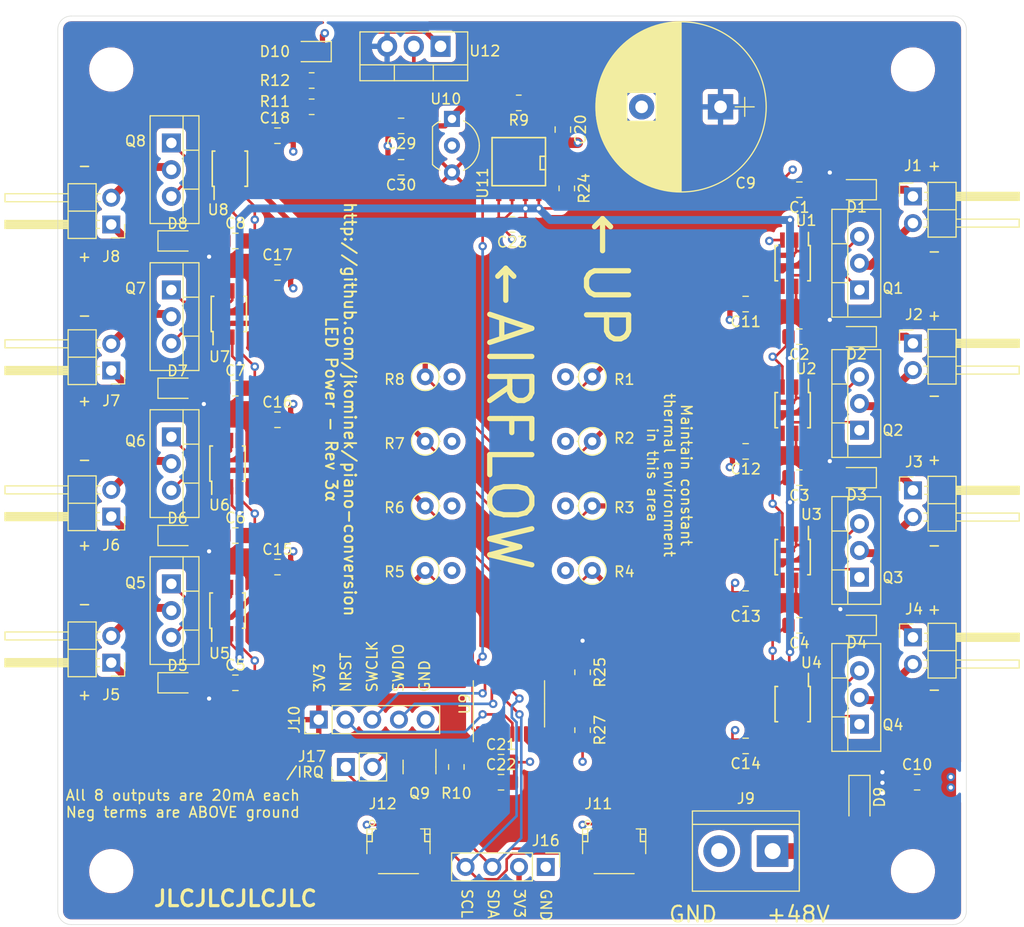
<source format=kicad_pcb>
(kicad_pcb (version 20211014) (generator pcbnew)
  (layers (0 "F.Cu" signal) (1 "In1.Cu" signal) (2 "In2.Cu" signal) (31 "B.Cu" signal) (34 "B.Paste" user) (35 "F.Paste" user) (36 "B.SilkS" user "B.Silkscreen") (37 "F.SilkS" user "F.Silkscreen") (38 "B.Mask" user) (39 "F.Mask" user) (44 "Edge.Cuts" user))
  (net 0 "")
  (net 1 "GND")
  (net 2 "+48V")
  (net 3 "+5V")
  (net 4 "Net-(J1-Pad2)")
  (net 5 "Net-(J2-Pad2)")
  (net 6 "Net-(J3-Pad2)")
  (net 7 "Net-(J4-Pad2)")
  (net 8 "Net-(J5-Pad2)")
  (net 9 "Net-(J6-Pad2)")
  (net 10 "Net-(J7-Pad2)")
  (net 11 "Net-(J8-Pad2)")
  (net 12 "Net-(Q1-Pad1)")
  (net 13 "Net-(Q2-Pad1)")
  (net 14 "Net-(Q3-Pad1)")
  (net 15 "Net-(Q4-Pad1)")
  (net 16 "Net-(Q5-Pad1)")
  (net 17 "Net-(Q6-Pad1)")
  (net 18 "Net-(Q7-Pad1)")
  (net 19 "Net-(Q8-Pad1)")
  (net 20 "/VREF")
  (net 21 "Net-(C1-Pad1)")
  (net 22 "Net-(C2-Pad1)")
  (net 23 "Net-(C3-Pad1)")
  (net 24 "Net-(C4-Pad1)")
  (net 25 "Net-(C5-Pad1)")
  (net 26 "Net-(C6-Pad1)")
  (net 27 "Net-(C7-Pad1)")
  (net 28 "Net-(C8-Pad1)")
  (net 29 "Net-(D9-Pad2)")
  (net 30 "Net-(D10-Pad2)")
  (net 31 "+3V3")
  (net 32 "/SDA")
  (net 33 "/SCL")
  (net 34 "/Feedback1")
  (net 35 "/Feedback2")
  (net 36 "/Feedback3")
  (net 37 "/Feedback4")
  (net 38 "/Feedback5")
  (net 39 "/Feedback6")
  (net 40 "/Feedback7")
  (net 41 "/Feedback8")
  (net 42 "Net-(R11-Pad2)")
  (net 43 "/~{SHDN}")
  (net 44 "/48V_SENSE")
  (net 45 "Net-(J17-Pad1)")
  (net 46 "+12V")
  (net 47 "/NRST")
  (net 48 "/SWCLK")
  (net 49 "/SWDIO")
  (net 76 "Net-(Q9-Pad1)")
  (net 77 "/IRQ")
  (footprint "Capacitor_SMD:C_0805_2012Metric_Pad1.18x1.45mm_HandSolder" (layer "F.Cu") (at 141.605 87.63 180)
    (fp_text reference "C1")
    (fp_text value ".1uF")
  )
  (footprint "Capacitor_SMD:C_0805_2012Metric_Pad1.18x1.45mm_HandSolder" (layer "F.Cu") (at 141.605 115 180)
    (fp_text reference "C3")
    (fp_text value ".1uF")
  )
  (footprint "Capacitor_SMD:C_0805_2012Metric_Pad1.18x1.45mm_HandSolder" (layer "F.Cu") (at 141.605 129.04 180)
    (fp_text reference "C4")
    (fp_text value ".1uF")
  )
  (footprint "Capacitor_SMD:C_0805_2012Metric_Pad1.18x1.45mm_HandSolder" (layer "F.Cu") (at 88 134.5)
    (fp_text reference "C5")
    (fp_text value ".1uF")
  )
  (footprint "Capacitor_SMD:C_0805_2012Metric_Pad1.18x1.45mm_HandSolder" (layer "F.Cu") (at 88 120.5)
    (fp_text reference "C6")
    (fp_text value ".1uF")
  )
  (footprint "Capacitor_SMD:C_0805_2012Metric_Pad1.18x1.45mm_HandSolder" (layer "F.Cu") (at 88 106.5)
    (fp_text reference "C7")
    (fp_text value ".1uF")
  )
  (footprint "Capacitor_SMD:C_0805_2012Metric_Pad1.18x1.45mm_HandSolder" (layer "F.Cu") (at 88 92.5)
    (fp_text reference "C8")
    (fp_text value ".1uF")
  )
  (footprint "Capacitors_THT:CP_Radial_D16.0mm_P7.50mm" (layer "F.Cu") (at 134.112 79.756 180)
    (fp_text reference "C9")
    (fp_text value "Lots")
  )
  (footprint "Capacitor_SMD:C_0805_2012Metric_Pad1.18x1.45mm_HandSolder" (layer "F.Cu") (at 152.8 143.95)
    (fp_text reference "C10")
    (fp_text value ".1uF")
  )
  (footprint "Pin_Headers:Pin_Header_Angled_1x02_Pitch2.54mm" (layer "F.Cu") (at 76.2 132.588 180)
    (fp_text reference "J5")
    (fp_text value "String5")
  )
  (footprint "Pin_Headers:Pin_Header_Angled_1x02_Pitch2.54mm" (layer "F.Cu") (at 76.2 118.702666 180)
    (fp_text reference "J6")
    (fp_text value "String6")
  )
  (footprint "Pin_Headers:Pin_Header_Angled_1x02_Pitch2.54mm" (layer "F.Cu") (at 76.2 104.817333 180)
    (fp_text reference "J7")
    (fp_text value "String7")
  )
  (footprint "Pin_Headers:Pin_Header_Angled_1x02_Pitch2.54mm" (layer "F.Cu") (at 76.2 90.932 180)
    (fp_text reference "J8")
    (fp_text value "String8")
  )
  (footprint "Resistors_THT:R_Axial_DIN0207_L6.3mm_D2.5mm_P2.54mm_Vertical" (layer "F.Cu") (at 121.92 105.41 180)
    (fp_text reference "R1")
    (fp_text value "100")
  )
  (footprint "Resistors_THT:R_Axial_DIN0207_L6.3mm_D2.5mm_P2.54mm_Vertical" (layer "F.Cu") (at 121.92 111.548333 180)
    (fp_text reference "R2")
    (fp_text value "100")
  )
  (footprint "Resistors_THT:R_Axial_DIN0207_L6.3mm_D2.5mm_P2.54mm_Vertical" (layer "F.Cu") (at 121.92 117.686666 180)
    (fp_text reference "R3")
    (fp_text value "100")
  )
  (footprint "Resistors_THT:R_Axial_DIN0207_L6.3mm_D2.5mm_P2.54mm_Vertical" (layer "F.Cu") (at 121.92 123.825 180)
    (fp_text reference "R4")
    (fp_text value "100")
  )
  (footprint "Resistors_THT:R_Axial_DIN0207_L6.3mm_D2.5mm_P2.54mm_Vertical" (layer "F.Cu") (at 106.045 123.825)
    (fp_text reference "R5")
    (fp_text value "100")
  )
  (footprint "Resistors_THT:R_Axial_DIN0207_L6.3mm_D2.5mm_P2.54mm_Vertical" (layer "F.Cu") (at 106.045 117.686666)
    (fp_text reference "R6")
    (fp_text value "100")
  )
  (footprint "Resistors_THT:R_Axial_DIN0207_L6.3mm_D2.5mm_P2.54mm_Vertical" (layer "F.Cu") (at 106.045 111.548333)
    (fp_text reference "R7")
    (fp_text value "100")
  )
  (footprint "Resistors_THT:R_Axial_DIN0207_L6.3mm_D2.5mm_P2.54mm_Vertical" (layer "F.Cu") (at 106.045 105.41)
    (fp_text reference "R8")
    (fp_text value "100")
  )
  (footprint "Pin_Headers:Pin_Header_Angled_1x02_Pitch2.54mm" (layer "F.Cu") (at 152.4 116.205)
    (fp_text reference "J3")
    (fp_text value "String3")
  )
  (footprint "Capacitor_SMD:C_0805_2012Metric_Pad1.18x1.45mm_HandSolder" (layer "F.Cu") (at 141.605 101.6 180)
    (fp_text reference "C2")
    (fp_text value ".1uF")
  )
  (footprint "Pin_Headers:Pin_Header_Angled_1x02_Pitch2.54mm" (layer "F.Cu") (at 152.4 102.235)
    (fp_text reference "J2")
    (fp_text value "String2")
  )
  (footprint "Pin_Headers:Pin_Header_Angled_1x02_Pitch2.54mm" (layer "F.Cu") (at 152.4 88.265)
    (fp_text reference "J1")
    (fp_text value "String1")
  )
  (footprint "Pin_Headers:Pin_Header_Angled_1x02_Pitch2.54mm" (layer "F.Cu") (at 152.4 130.175)
    (fp_text reference "J4")
    (fp_text value "String4")
  )
  (footprint "LED_SMD:LED_0805_2012Metric_Pad1.15x1.40mm_HandSolder" (layer "F.Cu") (at 147.066 87.63 180)
    (fp_text reference "D1")
    (fp_text value "LED")
  )
  (footprint "LED_SMD:LED_0805_2012Metric_Pad1.15x1.40mm_HandSolder" (layer "F.Cu") (at 147.066 115 180)
    (fp_text reference "D3")
    (fp_text value "LED")
  )
  (footprint "LED_SMD:LED_0805_2012Metric_Pad1.15x1.40mm_HandSolder" (layer "F.Cu") (at 147.066 129.04 180)
    (fp_text reference "D4")
    (fp_text value "LED")
  )
  (footprint "LED_SMD:LED_0805_2012Metric_Pad1.15x1.40mm_HandSolder" (layer "F.Cu") (at 82.5 134.5)
    (fp_text reference "D5")
    (fp_text value "LED")
  )
  (footprint "LED_SMD:LED_0805_2012Metric_Pad1.15x1.40mm_HandSolder" (layer "F.Cu") (at 82.5 120.5)
    (fp_text reference "D6")
    (fp_text value "LED")
  )
  (footprint "LED_SMD:LED_0805_2012Metric_Pad1.15x1.40mm_HandSolder" (layer "F.Cu") (at 82.5 106.5)
    (fp_text reference "D7")
    (fp_text value "LED")
  )
  (footprint "Connectors_Terminal_Blocks:TerminalBlock_bornier-2_P5.08mm" (layer "F.Cu") (at 139.061 150.495 180)
    (fp_text reference "J9")
    (fp_text value "PowerInput")
  )
  (footprint "LED_SMD:LED_0805_2012Metric_Pad1.15x1.40mm_HandSolder" (layer "F.Cu") (at 147.066 101.6 180)
    (fp_text reference "D2")
    (fp_text value "LED")
  )
  (footprint "Capacitor_SMD:C_0805_2012Metric_Pad1.18x1.45mm_HandSolder" (layer "F.Cu") (at 136.5 98.5 180)
    (fp_text reference "C11")
    (fp_text value ".1uF")
  )
  (footprint "Capacitor_SMD:C_0805_2012Metric_Pad1.18x1.45mm_HandSolder" (layer "F.Cu") (at 136.5 112.5 180)
    (fp_text reference "C12")
    (fp_text value ".1uF")
  )
  (footprint "Capacitor_SMD:C_0805_2012Metric_Pad1.18x1.45mm_HandSolder" (layer "F.Cu") (at 136.5 126.5 180)
    (fp_text reference "C13")
    (fp_text value ".1uF")
  )
  (footprint "Capacitor_SMD:C_0805_2012Metric_Pad1.18x1.45mm_HandSolder" (layer "F.Cu") (at 136.5 140.5 180)
    (fp_text reference "C14")
    (fp_text value ".1uF")
  )
  (footprint "Capacitor_SMD:C_0805_2012Metric_Pad1.18x1.45mm_HandSolder" (layer "F.Cu") (at 92 123.5)
    (fp_text reference "C15")
    (fp_text value ".1uF")
  )
  (footprint "Capacitor_SMD:C_0805_2012Metric_Pad1.18x1.45mm_HandSolder" (layer "F.Cu") (at 92 109.5)
    (fp_text reference "C16")
    (fp_text value ".1uF")
  )
  (footprint "Capacitor_SMD:C_0805_2012Metric_Pad1.18x1.45mm_HandSolder" (layer "F.Cu") (at 92 95.5)
    (fp_text reference "C17")
    (fp_text value ".1uF")
  )
  (footprint "Capacitor_SMD:C_0805_2012Metric_Pad1.18x1.45mm_HandSolder" (layer "F.Cu") (at 92 82.5)
    (fp_text reference "C18")
    (fp_text value ".1uF")
  )
  (footprint "SMD_Packages:SOIC-8-N" (layer "F.Cu") (at 114.935 84.963 180)
    (fp_text reference "U11")
    (fp_text value "MCP1501")
  )
  (footprint "Capacitor_SMD:C_0805_2012Metric_Pad1.18x1.45mm_HandSolder" (layer "F.Cu") (at 103.75 81.563 180)
    (fp_text reference "C29")
    (fp_text value "2.2uF")
  )
  (footprint "Capacitor_SMD:C_0805_2012Metric_Pad1.18x1.45mm_HandSolder" (layer "F.Cu") (at 119.126 81.915 -90)
    (fp_text reference "C20")
    (fp_text value ".1uF")
  )
  (footprint "Capacitor_SMD:C_0805_2012Metric_Pad1.18x1.45mm_HandSolder" (layer "F.Cu") (at 103.75 85.5 180)
    (fp_text reference "C30")
    (fp_text value ".1uF")
  )
  (footprint "TO_SOT_Packages_THT:TO-220-3_Vertical" (layer "F.Cu") (at 147.32 97.155 90)
    (fp_text reference "Q1")
    (fp_text value "Q_NMOS_GDS")
  )
  (footprint "TO_SOT_Packages_THT:TO-220-3_Vertical" (layer "F.Cu") (at 147.32 110.49 90)
    (fp_text reference "Q2")
    (fp_text value "Q_NMOS_GDS")
  )
  (footprint "TO_SOT_Packages_THT:TO-220-3_Vertical" (layer "F.Cu") (at 147.32 124.46 90)
    (fp_text reference "Q3")
    (fp_text value "Q_NMOS_GDS")
  )
  (footprint "TO_SOT_Packages_THT:TO-220-3_Vertical" (layer "F.Cu") (at 147.32 138.43 90)
    (fp_text reference "Q4")
    (fp_text value "Q_NMOS_GDS")
  )
  (footprint "TO_SOT_Packages_THT:TO-220-3_Vertical" (layer "F.Cu") (at 81.915 125.095 -90)
    (fp_text reference "Q5")
    (fp_text value "Q_NMOS_GDS")
  )
  (footprint "TO_SOT_Packages_THT:TO-220-3_Vertical" (layer "F.Cu") (at 81.915 111.125 -90)
    (fp_text reference "Q6")
    (fp_text value "Q_NMOS_GDS")
  )
  (footprint "TO_SOT_Packages_THT:TO-220-3_Vertical" (layer "F.Cu") (at 81.915 97.155 -90)
    (fp_text reference "Q7")
    (fp_text value "Q_NMOS_GDS")
  )
  (footprint "TO_SOT_Packages_THT:TO-220-3_Vertical" (layer "F.Cu") (at 81.915 83.185 -90)
    (fp_text reference "Q8")
    (fp_text value "Q_NMOS_GDS")
  )
  (footprint "Housings_SSOP:MSOP-8_3x3mm_Pitch0.65mm" (layer "F.Cu") (at 140.97 108.585 -90)
    (fp_text reference "U2")
    (fp_text value "MCP6V51")
  )
  (footprint "Housings_SSOP:MSOP-8_3x3mm_Pitch0.65mm" (layer "F.Cu") (at 140.97 122.555 -90)
    (fp_text reference "U3")
    (fp_text value "MCP6V51")
  )
  (footprint "Housings_SSOP:MSOP-8_3x3mm_Pitch0.65mm" (layer "F.Cu") (at 140.97 136.525 -90)
    (fp_text reference "U4")
    (fp_text value "MCP6V51")
  )
  (footprint "Housings_SSOP:MSOP-8_3x3mm_Pitch0.65mm" (layer "F.Cu") (at 87.249 127.635 90)
    (fp_text reference "U5")
    (fp_text value "MCP6V51")
  )
  (footprint "Housings_SSOP:MSOP-8_3x3mm_Pitch0.65mm" (layer "F.Cu") (at 87.249 113.665 90)
    (fp_text reference "U6")
    (fp_text value "MCP6V51")
  )
  (footprint "Housings_SSOP:MSOP-8_3x3mm_Pitch0.65mm" (layer "F.Cu") (at 87.376 99.441 90)
    (fp_text reference "U7")
    (fp_text value "MCP6V51")
  )
  (footprint "Housings_SSOP:MSOP-8_3x3mm_Pitch0.65mm" (layer "F.Cu") (at 87.47506 85.63356 90)
    (fp_text reference "U8")
    (fp_text value "MCP6V51")
  )
  (footprint "LED_SMD:LED_0805_2012Metric_Pad1.15x1.40mm_HandSolder" (layer "F.Cu") (at 82.5 92.5)
    (fp_text reference "D8")
    (fp_text value "LED")
  )
  (footprint "Housings_SSOP:MSOP-8_3x3mm_Pitch0.65mm" (layer "F.Cu") (at 140.97 94.615 -90)
    (fp_text reference "U1")
    (fp_text value "MCP6V51")
  )
  (footprint "Diodes_SMD:D_SOD-123F" (layer "F.Cu") (at 147.32 145.5 -90)
    (fp_text reference "D9")
    (fp_text value "D_Small_ALT")
  )
  (footprint "Connectors_JST:JST_SH_SM04B-SRSS-TB_04x1.00mm_Angled" (layer "F.Cu") (at 124 150)
    (fp_text reference "J11")
    (fp_text value "Qwiic")
  )
  (footprint "Capacitor_SMD:C_0805_2012Metric_Pad1.18x1.45mm_HandSolder" (layer "F.Cu") (at 113.25 142.0475)
    (fp_text reference "C21")
    (fp_text value "4.7uF")
  )
  (footprint "Capacitor_SMD:C_0805_2012Metric_Pad1.18x1.45mm_HandSolder" (layer "F.Cu") (at 113.25 143.9525)
    (fp_text reference "C22")
    (fp_text value "0.1uF")
  )
  (footprint "Resistor_SMD:R_0805_2012Metric_Pad1.20x1.40mm_HandSolder" (layer "F.Cu") (at 114.935 79.375 180)
    (fp_text reference "R9")
    (fp_text value "3600")
  )
  (footprint "Capacitor_SMD:C_0805_2012Metric_Pad1.18x1.45mm_HandSolder" (layer "F.Cu") (at 114.3 90.932 180)
    (fp_text reference "C23")
    (fp_text value "300pF")
  )
  (footprint "TO_SOT_Packages_THT:TO-92_Inline_Wide" (layer "F.Cu") (at 108.585 80.899 -90)
    (fp_text reference "U10")
    (fp_text value "L78L05ACZ-AP")
  )
  (footprint "Connectors_JST:JST_SH_SM04B-SRSS-TB_04x1.00mm_Angled" (layer "F.Cu") (at 103.5 150)
    (fp_text reference "J12")
    (fp_text value "Qwiic")
  )
  (footprint "MountingHole:MountingHole_3.2mm_M3" (layer "F.Cu") (at 152.4 76.2)
    (fp_text reference "H1" hide)
    (fp_text value "MountingHole_Pad")
  )
  (footprint "MountingHole:MountingHole_3.2mm_M3" (layer "F.Cu") (at 152.4 152.4)
    (fp_text reference "H2" hide)
    (fp_text value "MountingHole_Pad")
  )
  (footprint "MountingHole:MountingHole_3.2mm_M3" (layer "F.Cu") (at 76.2 152.4)
    (fp_text reference "H3" hide)
    (fp_text value "MountingHole_Pad")
  )
  (footprint "MountingHole:MountingHole_3.2mm_M3" (layer "F.Cu") (at 76.2 76.2)
    (fp_text reference "H4" hide)
    (fp_text value "MountingHole_Pad")
  )
  (footprint "Pin_Headers:Pin_Header_Straight_1x04_Pitch2.54mm" (layer "F.Cu") (at 117.5 152 -90)
    (fp_text reference "J16")
    (fp_text value "I2C Header")
  )
  (footprint "Resistor_SMD:R_0805_2012Metric_Pad1.20x1.40mm_HandSolder" (layer "F.Cu") (at 119.5 87.5 -90)
    (fp_text reference "R24")
    (fp_text value "2400")
  )
  (footprint "Resistor_SMD:R_0805_2012Metric_Pad1.20x1.40mm_HandSolder" (layer "F.Cu") (at 121 133.5 -90)
    (fp_text reference "R25")
    (fp_text value "110k")
  )
  (footprint "Resistor_SMD:R_0805_2012Metric_Pad1.20x1.40mm_HandSolder" (layer "F.Cu") (at 121 139 -90)
    (fp_text reference "R27")
    (fp_text value "4.7k")
  )
  (footprint "Pin_Headers:Pin_Header_Straight_1x02_Pitch2.54mm" (layer "F.Cu") (at 98.5 142.5 90)
    (fp_text reference "J17")
    (fp_text value "IRQ")
  )
  (footprint "LED_SMD:LED_0805_2012Metric_Pad1.15x1.40mm_HandSolder" (layer "F.Cu") (at 95.25 74.5 180)
    (fp_text reference "D10")
    (fp_text value "2.2Vf")
  )
  (footprint "Package_TO_SOT_SMD:SOT-23" (layer "F.Cu") (at 105.5 142.5 -90)
    (fp_text reference "Q9")
    (fp_text value "Q_NPN_BEC")
  )
  (footprint "Resistor_SMD:R_0805_2012Metric_Pad1.20x1.40mm_HandSolder" (layer "F.Cu") (at 109 142.5 90)
    (fp_text reference "R10")
    (fp_text value "10k")
  )
  (footprint "Resistor_SMD:R_0805_2012Metric_Pad1.20x1.40mm_HandSolder" (layer "F.Cu") (at 95.25 77.25 180)
    (fp_text reference "R12")
    (fp_text value "6800")
  )
  (footprint "Connector_PinHeader_2.54mm:PinHeader_1x05_P2.54mm_Vertical" (layer "F.Cu") (at 95.925 138 90)
    (fp_text reference "J10")
    (fp_text value "Conn_01x05_Male")
  )
  (footprint "Package_TO_SOT_THT:TO-220-3_Vertical" (layer "F.Cu") (at 107.5 74 180)
    (fp_text reference "U12")
    (fp_text value "LM317_TO-220")
  )
  (footprint "Package_SO:TSSOP-20_4.4x6.5mm_P0.65mm" (layer "F.Cu") (at 114 136.5 90)
    (fp_text reference "U9")
    (fp_text value "STM32G030Fx")
  )
  (footprint "Resistor_SMD:R_0805_2012Metric_Pad1.20x1.40mm_HandSolder" (layer "F.Cu") (at 95.25 79.75)
    (fp_text reference "R11")
    (fp_text value "1000")
  )
  (gr_line (start 71.12 156.21) (end 71.12 72.39) (layer "Edge.Cuts") (width 0.05))
  (gr_line (start 157.48 72.39) (end 157.48 156.21) (layer "Edge.Cuts") (width 0.05))
  (gr_arc (start 72.39 157.48) (mid 71.491974 157.108026) (end 71.12 156.21) (layer "Edge.Cuts") (width 0.05))
  (gr_arc (start 157.48 156.21) (mid 157.108026 157.108026) (end 156.21 157.48) (layer "Edge.Cuts") (width 0.05))
  (gr_arc (start 156.21 71.12) (mid 157.108026 71.491974) (end 157.48 72.39) (layer "Edge.Cuts") (width 0.05))
  (gr_arc (start 71.12 72.39) (mid 71.491974 71.491974) (end 72.39 71.12) (layer "Edge.Cuts") (width 0.05))
  (gr_line (start 72.39 71.12) (end 156.21 71.12) (layer "Edge.Cuts") (width 0.05))
  (gr_line (start 156.21 157.48) (end 72.39 157.48) (layer "Edge.Cuts") (width 0.05))
  (gr_text "+" (at 73.66 107.696) (layer "F.SilkS") (effects (font (size 1 1))))
  (gr_text "+" (at 73.66 121.412) (layer "F.SilkS") (effects (font (size 1 1))))
  (gr_text "+" (at 73.66 135.636) (layer "F.SilkS") (effects (font (size 1 1))))
  (gr_text "+" (at 154.432 127.508) (layer "F.SilkS") (effects (font (size 1 1))))
  (gr_text "+" (at 154.432 113.284) (layer "F.SilkS") (effects (font (size 1 1))))
  (gr_text "+" (at 154.432 99.568) (layer "F.SilkS") (effects (font (size 1 1))))
  (gr_text "+" (at 154.432 85.344) (layer "F.SilkS") (effects (font (size 1 1))))
  (gr_text "-" (at 154.432 93.472) (layer "F.SilkS") (effects (font (size 1 1))))
  (gr_text "-" (at 154.432 107.188) (layer "F.SilkS") (effects (font (size 1 1))))
  (gr_text "-" (at 154.432 121.412) (layer "F.SilkS") (effects (font (size 1 1))))
  (gr_text "-" (at 154.432 135.128) (layer "F.SilkS") (effects (font (size 1 1))))
  (gr_text "-" (at 73.66 127) (layer "F.SilkS") (effects (font (size 1 1))))
  (gr_text "-" (at 73.66 113.284) (layer "F.SilkS") (effects (font (size 1 1))))
  (gr_text "-" (at 73.66 99.568) (layer "F.SilkS") (effects (font (size 1 1))))
  (gr_text "-" (at 73.66 85.344) (layer "F.SilkS") (effects (font (size 1 1))))
  (gr_text "SCL" (at 110 154 270) (layer "F.SilkS") (effects (font (size 1 1)) (justify left)))
  (gr_text "All 8 outputs are 20mA each\nNeg terms are ABOVE ground" (at 83 146) (layer "F.SilkS") (effects (font (size 1 1))))
  (gr_text "/IRQ" (at 96.5 143) (layer "F.SilkS") (effects (font (size 1 1)) (justify right)))
  (gr_text "3V3" (at 115 154 270) (layer "F.SilkS") (effects (font (size 1 1)) (justify left)))
  (gr_text "GND" (at 105.983984 135.485884 90) (layer "F.SilkS") (effects (font (size 1 1)) (justify left)))
  (gr_text "←AIRFLOW" (at 114 109 270) (layer "F.SilkS") (effects (font (size 4 4) (thickness 0.5))))
  (gr_text "GND" (at 117.5 154 270) (layer "F.SilkS") (effects (font (size 1 1)) (justify left)))
  (gr_text "JLCJLCJLCJLC" (at 88 155) (layer "F.SilkS") (effects (font (size 1.5 1.5) (thickness 0.3))))
  (gr_text "NRST" (at 98.5 135.5 90) (layer "F.SilkS") (effects (font (size 1 1)) (justify left)))
  (gr_text "SWCLK" (at 101 135.5 90) (layer "F.SilkS") (effects (font (size 1 1)) (justify left)))
  (gr_text "SWDIO" (at 103.5 135.5 90) (layer "F.SilkS") (effects (font (size 1 1)) (justify left)))
  (gr_text "Maintain constant\nthermal environment\nin this area" (at 129.25 114.75 270) (layer "F.SilkS") (effects (font (size 1 1))))
  (gr_text "http://github.com/jkominek/piano-conversion\nLED Power - Rev 3α" (at 98 108.5 270) (layer "F.SilkS") (effects (font (size 1.1 1.1) (thickness 0.18))))
  (gr_text "←UP" (at 123.2 96 270) (layer "F.SilkS") (effects (font (size 4 4) (thickness 0.5))))
  (gr_text "+" (at 73.66 93.98) (layer "F.SilkS") (effects (font (size 1 1))))
  (gr_text "GND" (at 131.5 156.5) (layer "F.SilkS") (effects (font (size 1.5 1.5) (thickness 0.2))))
  (gr_text "SDA" (at 112.5 154 270) (layer "F.SilkS") (effects (font (size 1 1)) (justify left)))
  (gr_text "+48V" (at 141.5 156.5) (layer "F.SilkS") (effects (font (size 1.5 1.5) (thickness 0.2))))
  (gr_text "3V3" (at 96 135.5 90) (layer "F.SilkS") (effects (font (size 1 1)) (justify left)))
  (segment (start 120.543 83.165) (end 119.126 83.165) (width 1) (layer "F.Cu") (net 1))
  (segment (start 113.03 81.788) (end 113.03 83.145) (width 0.25) (layer "F.Cu") (net 1))
  (segment (start 115.55 83.165) (end 113.05 83.165) (width 0.75) (layer "F.Cu") (net 1))
  (segment (start 113.05 83.165) (end 112.4745 83.165) (width 0.75) (layer "F.Cu") (net 1))
  (segment (start 115.55 83.165) (end 115.55 81.808) (width 0.25) (layer "F.Cu") (net 1))
  (segment (start 115.55 81.808) (end 115.57 81.788) (width 0.25) (layer "F.Cu") (net 1))
  (segment (start 113.03 83.145) (end 113.05 83.165) (width 0.25) (layer "F.Cu") (net 1))
  (segment (start 119.126 83.165) (end 115.55 83.165) (width 0.75) (layer "F.Cu") (net 1))
  (segment (start 139.995 106.385) (end 139.995 104.435) (width 0.25) (layer "F.Cu") (net 1))
  (segment (start 93.25 96.75) (end 93.5 97) (width 0.5) (layer "F.Cu") (net 1))
  (segment (start 89.8425 118.4175) (end 89.8425 119.9075) (width 0.25) (layer "F.Cu") (net 1))
  (segment (start 122.5 147.9225) (end 121.0775 147.9225) (width 0.25) (layer "F.Cu") (net 1))
  (segment (start 140.355 102.469) (end 139.319 103.505) (width 0.25) (layer "F.Cu") (net 1))
  (segment (start 102.5 85.5) (end 102.5 85.373) (width 0.5) (layer "F.Cu") (net 1))
  (segment (start 102.5 85.5) (end 102.5 83.488) (width 0.5) (layer "F.Cu") (net 1))
  (segment (start 135.25 113.75) (end 135 114) (width 0.5) (layer "F.Cu") (net 1))
  (segment (start 135.25 125.25) (end 135.5 125) (width 0.25) (layer "F.Cu") (net 1))
  (segment (start 102.5 83.488) (end 102.48 83.468) (width 0.25) (layer "F.Cu") (net 1))
  (segment (start 139.995 92.415) (end 138.835 92.415) (width 0.25) (layer "F.Cu") (net 1))
  (segment (start 139.995 118.405) (end 139.065 117.475) (width 0.25) (layer "F.Cu") (net 1))
  (segment (start 114.5 142.0475) (end 115.9525 142.0475) (width 0.25) (layer "F.Cu") (net 1))
  (segment (start 140.355 101.6) (end 140.355 102.469) (width 0.25) (layer "F.Cu") (net 1))
  (segment (start 114.3 92.329) (end 114.3 92.182) (width 0.25) (layer "F.Cu") (net 1))
  (segment (start 93.25 123.5) (end 93.25 122.25) (width 0.5) (layer "F.Cu") (net 1))
  (segment (start 135.25 140.5) (end 135.25 139.25) (width 0.25) (layer "F.Cu") (net 1))
  (segment (start 113.675 141.2225) (end 114.5 142.0475) (width 0.25) (layer "F.Cu") (net 1))
  (segment (start 89.8425 132.3875) (end 89.8425 133.4075) (width 0.25) (layer "F.Cu") (net 1))
  (segment (start 88.351 102.956) (end 89.8425 104.4475) (width 0.25) (layer "F.Cu") (net 1))
  (segment (start 121 142) (end 121 140.35) (width 0.25) (layer "F.Cu") (net 1))
  (segment (start 139.065 131.445) (end 139.065 130.33) (width 0.25) (layer "F.Cu") (net 1))
  (segment (start 104.55 141.5625) (end 101.9775 141.5625) (width 0.25) (layer "F.Cu") (net 1))
  (segment (start 119.126 85.776) (end 119.5 86.15) (width 0.25) (layer "F.Cu") (net 1))
  (segment (start 114.3 88.138) (end 114.3 89.682) (width 0.25) (layer "F.Cu") (net 1))
  (segment (start 88.224 115.865) (end 88.224 116.799) (width 0.25) (layer "F.Cu") (net 1))
  (segment (start 121.0775 147.9225) (end 121 148) (width 0.25) (layer "F.Cu") (net 1))
  (segment (start 93.25 95.5) (end 93.25 96.75) (width 0.5) (layer "F.Cu") (net 1))
  (segment (start 139.065 130.33) (end 140.355 129.04) (width 0.25) (layer "F.Cu") (net 1))
  (segment (start 114.3 89.682) (end 113.05 90.932) (width 0.25) (layer "F.Cu") (net 1))
  (segment (start 115.9525 142.0475) (end 116 142) (width 0.25) (layer "F.Cu") (net 1))
  (segment (start 135.25 126.5) (end 135.25 125.25) (width 0.25) (layer "F.Cu") (net 1))
  (segment (start 96.275 72.975) (end 96.5 72.75) (width 0.5) (layer "F.Cu") (net 1))
  (segment (start 113.03 90.912) (end 113.05 90.932) (width 0.25) (layer "F.Cu") (net 1))
  (segment (start 114.5 142.0475) (end 114.5 143.9525) (width 0.25) (layer "F.Cu") (net 1))
  (segment (start 139.995 120.355) (end 139.995 118.405) (width 0.25) (layer "F.Cu") (net 1))
  (segment (start 113.03 88.138) (end 113.03 90.912) (width 0.25) (layer "F.Cu") (net 1))
  (segment (start 135.25 112.5) (end 135.25 113.75) (width 0.5) (layer "F.Cu") (net 1))
  (segment (start 89.8425 89.226) (end 88.45006 87.83356) (width 0.25) (layer "F.Cu") (net 1))
  (segment (start 88.351 101.641) (end 88.351 102.956) (width 0.25) (layer "F.Cu") (net 1))
  (segment (start 88.224 116.799) (end 89.8425 118.4175) (width 0.25) (layer "F.Cu") (net 1))
  (segment (start 88.224 129.835) (end 88.224 130.769) (width 0.25) (layer "F.Cu") (net 1))
  (segment (start 101.9775 141.5625) (end 101.04 142.5) (width 0.25) (layer "F.Cu") (net 1))
  (segment (start 114.3 92.182) (end 113.05 90.932) (width 0.25) (layer "F.Cu") (net 1))
  (segment (start 89.8425 119.9075) (end 89.25 120.5) (width 0.25) (layer "F.Cu") (net 1))
  (segment (start 135.25 139.25) (end 135.5 139) (width 0.25) (layer "F.Cu") (net 1))
  (segment (start 140.355 87.63) (end 140.355 86.34) (width 0.25) (layer "F.Cu") (net 1))
  (segment (start 135 98.75) (end 135.25 98.5) (width 0.5) (layer "F.Cu") (net 1))
  (segment (start 89.8425 90.4775) (end 89.8425 91.9075) (width 0.25) (layer "F.Cu") (net 1))
  (segment (start 102.5 81.563) (end 102.5 83.448) (width 0.5) (layer "F.Cu") (net 1))
  (segment (start 88.224 130.769) (end 89.8425 132.3875) (width 0.25) (layer "F.Cu") (net 1))
  (segment (start 138.835 92.415) (end 138.75 92.5) (width 0.25) (layer "F.Cu") (net 1))
  (segment (start 108.458 83.439) (end 108.458 83.312) (width 0.5) (layer "F.Cu") (net 1))
  (segment (start 93.5 84) (end 93.5 82.75) (width 0.5) (layer "F.Cu") (net 1))
  (segment (start 139.995 104.435) (end 139.065 103.505) (width 0.25) (layer "F.Cu") (net 1))
  (segment (start 139.065 116.29) (end 140.355 115) (width 0.25) (layer "F.Cu") (net 1))
  (segment (start 119.126 83.165) (end 119.126 85.776) (width 0.25) (layer "F.Cu") (net 1))
  (segment (start 140.355 86.34) (end 140.97 85.725) (width 0.25) (layer "F.Cu") (net 1))
  (segment (start 89.8425 104.4475) (end 89.8425 105.9075) (width 0.25) (layer "F.Cu") (net 1))
  (segment (start 96.275 74.5) (end 96.275 72.975) (width 0.5) (layer "F.Cu") (net 1))
  (segment (start 100.5 148) (end 101.9225 148) (width 0.25) (layer "F.Cu") (net 1))
  (segment (start 89.8425 105.9075) (end 89.25 106.5) (width 0.25) (layer "F.Cu") (net 1))
  (segment (start 89.8425 133.4075) (end 89.25 134) (width 0.25) (layer "F.Cu") (net 1))
  (segment (start 93.25 122.25) (end 93.5 122) (width 0.5) (layer "F.Cu") (net 1))
  (segment (start 101.9225 148) (end 102 147.9225) (width 0.25) (layer "F.Cu") (net 1))
  (segment (start 139.065 117.475) (end 139.065 116.29) (width 0.25) (layer "F.Cu") (net 1))
  (segment (start 89.8425 90.4775) (end 89.8425 89.226) (width 0.25) (layer "F.Cu") (net 1))
  (segment (start 89.8425 91.9075) (end 89.25 92.5) (width 0.25) (layer "F.Cu") (net 1))
  (segment (start 93.25 108.25) (end 93.5 108) (width 0.5) (layer "F.Cu") (net 1))
  (segment (start 93.5 82.75) (end 93.25 82.5) (width 0.5) (layer "F.Cu") (net 1))
  (segment (start 93.25 109.5) (end 93.25 108.25) (width 0.5) (layer "F.Cu") (net 1))
  (segment (start 102.5 83.448) (end 102.48 83.468) (width 0.25) (layer "F.Cu") (net 1))
  (segment (start 135 100) (end 135 98.75) (width 0.5) (layer "F.Cu") (net 1))
  (segment (start 113.675 139.3625) (end 113.675 141.2225) (width 0.25) (layer "F.Cu") (net 1))
  (segment (start 139.065 133.395) (end 139.995 134.325) (width 0.25) (layer "F.Cu") (net 1))
  (segment (start 139.065 131.445) (end 139.065 133.395) (width 0.25) (layer "F.Cu") (net 1))
  (via (at 135 114) (size 0.8) (drill 0.4) (layers "F.Cu" "B.Cu") (net 1))
  (via (at 135.5 125) (size 0.8) (drill 0.4) (layers "F.Cu" "B.Cu") (net 1))
  (via (at 135.5 139) (size 0.8) (drill 0.4) (layers "F.Cu" "B.Cu") (net 1))
  (via (at 93.5 84) (size 0.8) (drill 0.4) (layers "F.Cu" "B.Cu") (net 1))
  (via (at 93.5 97) (size 0.8) (drill 0.4) (layers "F.Cu" "B.Cu") (net 1))
  (via (at 93.5 108) (size 0.8) (drill 0.4) (layers "F.Cu" "B.Cu") (net 1))
  (via (at 93.5 122) (size 0.8) (drill 0.4) (layers "F.Cu" "B.Cu") (net 1))
  (via (at 114.3 92.329) (size 0.8) (drill 0.4) (layers "F.Cu" "B.Cu") (net 1))
  (via (at 120.543 83.165) (size 0.8) (drill 0.4) (layers "F.Cu" "B.Cu") (net 1))
  (via (at 102.48 83.468) (size 0.8) (drill 0.4) (layers "F.Cu" "B.Cu") (net 1))
  (via (at 116 142) (size 0.8) (drill 0.4) (layers "F.Cu" "B.Cu") (net 1))
  (via (at 139.065 117.475) (size 0.8) (drill 0.4) (layers "F.Cu" "B.Cu") (net 1))
  (via (at 139.065 131.445) (size 0.8) (drill 0.4) (layers "F.Cu" "B.Cu") (net 1))
  (via (at 140.97 85.725) (size 0.8) (drill 0.4) (layers "F.Cu" "B.Cu") (net 1))
  (via (at 156 143.45) (size 0.8) (drill 0.4) (layers "F.Cu" "B.Cu") (net 1))
  (via (at 89.8425 104.4475) (size 0.8) (drill 0.4) (layers "F.Cu" "B.Cu") (net 1))
  (via (at 100.5 148) (size 0.8) (drill 0.4) (layers "F.Cu" "B.Cu") (net 1))
  (via (at 121 148) (size 0.8) (drill 0.4) (layers "F.Cu" "B.Cu") (net 1))
  (via (at 156 144.45) (size 0.8) (drill 0.4) (layers "F.Cu" "B.Cu") (net 1))
  (via (at 135 100) (size 0.8) (drill 0.4) (layers "F.Cu" "B.Cu") (net 1))
  (via (at 96.5 72.75) (size 0.8) (drill 0.4) (layers "F.Cu" "B.Cu") (net 1))
  (via (at 89.8425 118.4175) (size 0.8) (drill 0.4) (layers "F.Cu" "B.Cu") (net 1))
  (via (at 89.8425 132.3875) (size 0.8) (drill 0.4) (layers "F.Cu" "B.Cu") (net 1))
  (via (at 89.8425 90.4775) (size 0.8) (drill 0.4) (layers "F.Cu" "B.Cu") (net 1))
  (via (at 138.75 92.5) (size 0.8) (drill 0.4) (layers "F.Cu" "B.Cu") (net 1))
  (via (at 121 142) (size 0.8) (drill 0.4) (layers "F.Cu" "B.Cu") (net 1))
  (via (at 139.065 103.505) (size 0.8) (drill 0.4) (layers "F.Cu" "B.Cu") (net 1))
  (segment (start 145.5 128.824) (end 145.716 129.04) (width 0.25) (layer "F.Cu") (net 2))
  (segment (start 83.85 134.5) (end 84 134.5) (width 0.25) (layer "F.Cu") (net 2))
  (segment (start 83.85 106.85) (end 85 108) (width 0.25) (layer "F.Cu") (net 2))
  (segment (start 145.716 101.6) (end 145.716 101.216) (width 0.25) (layer "F.Cu") (net 2))
  (segment (start 145.5 127.5) (end 145.5 128.824) (width 0.25) (layer "F.Cu") (net 2))
  (segment (start 84 92.5) (end 85.5 94) (width 0.25) (layer "F.Cu") (net 2))
  (segment (start 83.85 134.35) (end 83.85 133.985) (width 0.25) (layer "F.Cu") (net 2))
  (segment (start 121 132.15) (end 121 130.5) (width 0.25) (layer "F.Cu") (net 2))
  (segment (start 145.716 101.216) (end 144.5 100) (width 0.25) (layer "F.Cu") (net 2))
  (segment (start 85.35 122) (end 83.85 120.5) (width 0.25) (layer "F.Cu") (net 2))
  (segment (start 145.716 87.216) (end 144.5 86) (width 0.25) (layer "F.Cu") (net 2))
  (segment (start 83.85 106.5) (end 83.85 106.85) (width 0.25) (layer "F.Cu") (net 2))
  (segment (start 84 134.5) (end 85.5 136) (width 0.25) (layer "F.Cu") (net 2))
  (segment (start 145.716 114.646) (end 144.5 113.43) (width 0.25) (layer "F.Cu") (net 2))
  (segment (start 145.716 87.63) (end 145.716 87.216) (width 0.25) (layer "F.Cu") (net 2))
  (segment (start 145.716 129.54) (end 145.716 129.216) (width 0.25) (layer "F.Cu") (net 2))
  (segment (start 145.716 115) (end 145.716 114.646) (width 0.25) (layer "F.Cu") (net 2))
  (segment (start 85.5 122) (end 85.35 122) (width 0.25) (layer "F.Cu") (net 2))
  (segment (start 83.85 92.5) (end 84 92.5) (width 0.25) (layer "F.Cu") (net 2))
  (via (at 149.5 144) (size 0.8) (drill 0.4) (layers "F.Cu" "B.Cu") (net 2))
  (via (at 149.5 143) (size 0.8) (drill 0.4) (layers "F.Cu" "B.Cu") (net 2))
  (via (at 145.5 127.5) (size 0.8) (drill 0.4) (layers "F.Cu" "B.Cu") (net 2))
  (via (at 144.5 113.43) (size 0.8) (drill 0.4) (layers "F.Cu" "B.Cu") (net 2))
  (via (at 144.5 100) (size 0.8) (drill 0.4) (layers "F.Cu" "B.Cu") (net 2))
  (via (at 144.5 86) (size 0.8) (drill 0.4) (layers "F.Cu" "B.Cu") (net 2))
  (via (at 85.5 136) (size 0.8) (drill 0.4) (layers "F.Cu" "B.Cu") (net 2))
  (via (at 85.5 122) (size 0.8) (drill 0.4) (layers "F.Cu" "B.Cu") (net 2))
  (via (at 85 108) (size 0.8) (drill 0.4) (layers "F.Cu" "B.Cu") (net 2))
  (via (at 85.5 94) (size 0.8) (drill 0.4) (layers "F.Cu" "B.Cu") (net 2))
  (via (at 121 130.5) (size 0.8) (drill 0.4) (layers "F.Cu" "B.Cu") (net 2))
  (via (at 149.5 145) (size 0.8) (drill 0.4) (layers "F.Cu" "B.Cu") (net 2))
  (segment (start 119.126 80.665) (end 119.102499 80.641499) (width 0.75) (layer "F.Cu") (net 3))
  (segment (start 111.887 77.47) (end 108.458 80.899) (width 0.75) (layer "F.Cu") (net 3))
  (segment (start 116.84 81.788) (end 118.003 81.788) (width 0.25) (layer "F.Cu") (net 3))
  (segment (start 116.205 79.295) (end 116.285 79.375) (width 0.25) (layer "F.Cu") (net 3))
  (segment (start 107.921 81.563) (end 108.585 80.899) (width 0.5) (layer "F.Cu") (net 3))
  (segment (start 118.11 77.47) (end 116.205 77.47) (width 0.75) (layer "F.Cu") (net 3))
  (segment (start 116.205 77.47) (end 116.205 79.295) (width 0.25) (layer "F.Cu") (net 3))
  (segment (start 118.003 81.788) (end 119.126 80.665) (width 0.25) (layer "F.Cu") (net 3))
  (segment (start 119.126 78.486) (end 118.11 77.47) (width 0.75) (layer "F.Cu") (net 3))
  (segment (start 119.126 80.665) (end 119.126 78.486) (width 0.75) (layer "F.Cu") (net 3))
  (segment (start 116.205 77.47) (end 111.887 77.47) (width 0.75) (layer "F.Cu") (net 3))
  (segment (start 105 81.563) (end 107.921 81.563) (width 0.5) (layer "F.Cu") (net 3))
  (segment (start 148.336 94.869) (end 152.4 90.805) (width 0.75) (layer "F.Cu") (net 4))
  (segment (start 147.32 94.869) (end 148.336 94.869) (width 0.75) (layer "F.Cu") (net 4))
  (segment (start 147.32 108.204) (end 148.971 108.204) (width 0.75) (layer "F.Cu") (net 5))
  (segment (start 148.971 108.204) (end 152.4 104.775) (width 0.75) (layer "F.Cu") (net 5))
  (segment (start 148.971 122.174) (end 152.4 118.745) (width 0.75) (layer "F.Cu") (net 6))
  (segment (start 147.32 122.174) (end 148.971 122.174) (width 0.75) (layer "F.Cu") (net 6))
  (segment (start 147.32 136.144) (end 148.971 136.144) (width 0.75) (layer "F.Cu") (net 7))
  (segment (start 148.971 136.144) (end 152.4 132.715) (width 0.75) (layer "F.Cu") (net 7))
  (segment (start 81.915 127.381) (end 78.867 127.381) (width 0.75) (layer "F.Cu") (net 8))
  (segment (start 78.867 127.381) (end 76.2 130.048) (width 0.75) (layer "F.Cu") (net 8))
  (segment (start 81.915 113.411) (end 78.951666 113.411) (width 0.75) (layer "F.Cu") (net 9))
  (segment (start 78.951666 113.411) (end 76.2 116.162666) (width 0.75) (layer "F.Cu") (net 9))
  (segment (start 81.915 99.441) (end 79.036333 99.441) (width 0.75) (layer "F.Cu") (net 10))
  (segment (start 79.036333 99.441) (end 76.2 102.277333) (width 0.75) (layer "F.Cu") (net 10))
  (segment (start 81.915 85.471) (end 79.121 85.471) (width 0.75) (layer "F.Cu") (net 11))
  (segment (start 79.121 85.471) (end 76.2 88.392) (width 0.75) (layer "F.Cu") (net 11))
  (segment (start 147.32 97.155) (end 145.929999 95.764999) (width 0.25) (layer "F.Cu") (net 12))
  (segment (start 140.645 95.929998) (end 140.645 96.815) (width 0.25) (layer "F.Cu") (net 12))
  (segment (start 145.929999 95.764999) (end 140.809999 95.764999) (width 0.25) (layer "F.Cu") (net 12))
  (segment (start 140.809999 95.764999) (end 140.645 95.929998) (width 0.25) (layer "F.Cu") (net 12))
  (segment (start 146.564999 109.734999) (end 147.32 110.49) (width 0.25) (layer "F.Cu") (net 13))
  (segment (start 140.645 109.81) (end 140.720001 109.734999) (width 0.25) (layer "F.Cu") (net 13))
  (segment (start 140.645 110.785) (end 140.645 109.81) (width 0.25) (layer "F.Cu") (net 13))
  (segment (start 140.720001 109.734999) (end 146.564999 109.734999) (width 0.25) (layer "F.Cu") (net 13))
  (segment (start 140.809999 123.704999) (end 146.564999 123.704999) (width 0.25) (layer "F.Cu") (net 14))
  (segment (start 140.645 124.755) (end 140.645 123.869998) (width 0.25) (layer "F.Cu") (net 14))
  (segment (start 146.564999 123.704999) (end 147.32 124.46) (width 0.25) (layer "F.Cu") (net 14))
  (segment (start 140.645 123.869998) (end 140.809999 123.704999) (width 0.25) (layer "F.Cu") (net 14))
  (segment (start 146.564999 137.674999) (end 147.32 138.43) (width 0.25) (layer "F.Cu") (net 15))
  (segment (start 140.645 137.75) (end 140.720001 137.674999) (width 0.25) (layer "F.Cu") (net 15))
  (segment (start 140.720001 137.674999) (end 146.564999 137.674999) (width 0.25) (layer "F.Cu") (net 15))
  (segment (start 140.645 138.725) (end 140.645 137.75) (width 0.25) (layer "F.Cu") (net 15))
  (segment (start 87.409001 126.485001) (end 87.574 126.320002) (width 0.25) (layer "F.Cu") (net 16))
  (segment (start 81.915 125.095) (end 82.176501 125.356501) (width 0.25) (layer "F.Cu") (net 16))
  (segment (start 83.305001 126.485001) (end 87.409001 126.485001) (width 0.25) (layer "F.Cu") (net 16))
  (segment (start 87.574 126.320002) (end 87.574 125.435) (width 0.25) (layer "F.Cu") (net 16))
  (segment (start 81.915 125.095) (end 83.305001 126.485001) (width 0.25) (layer "F.Cu") (net 16))
  (segment (start 87.498999 112.515001) (end 87.574 112.44) (width 0.25) (layer "F.Cu") (net 17))
  (segment (start 81.915 111.125) (end 83.305001 112.515001) (width 0.25) (layer "F.Cu") (net 17))
  (segment (start 83.305001 112.515001) (end 87.498999 112.515001) (width 0.25) (layer "F.Cu") (net 17))
  (segment (start 87.574 112.44) (end 87.574 111.465) (width 0.25) (layer "F.Cu") (net 17))
  (segment (start 83.051001 98.291001) (end 87.536001 98.291001) (width 0.25) (layer "F.Cu") (net 18))
  (segment (start 81.915 97.155) (end 83.051001 98.291001) (width 0.25) (layer "F.Cu") (net 18))
  (segment (start 87.701 98.126002) (end 87.701 97.241) (width 0.25) (layer "F.Cu") (net 18))
  (segment (start 87.536001 98.291001) (end 87.701 98.126002) (width 0.25) (layer "F.Cu") (net 18))
  (segment (start 87.80006 84.40856) (end 87.80006 83.43356) (width 0.25) (layer "F.Cu") (net 19))
  (segment (start 81.915 83.185) (end 82.176501 83.446501) (width 0.25) (layer "F.Cu") (net 19))
  (segment (start 83.213561 84.483561) (end 87.725059 84.483561) (width 0.25) (layer "F.Cu") (net 19))
  (segment (start 87.725059 84.483561) (end 87.80006 84.40856) (width 0.25) (layer "F.Cu") (net 19))
  (segment (start 81.915 83.185) (end 83.213561 84.483561) (width 0.25) (layer "F.Cu") (net 19))
  (segment (start 88.392 131.628) (end 88.392 132.08) (width 0.25) (layer "F.Cu") (net 20))
  (segment (start 140.645 120.355) (end 140.645 117.419) (width 0.25) (layer "F.Cu") (net 20))
  (segment (start 116.84 88.138) (end 116.84 89.408) (width 0.25) (layer "F.Cu") (net 20))
  (segment (start 87.673999 117.645999) (end 88.392 118.364) (width 0.25) (layer "F.Cu") (net 20))
  (segment (start 140.645 134.325) (end 140.645 131.643) (width 0.25) (layer "F.Cu") (net 20))
  (segment (start 140.645 92.415) (end 140.645 90.571) (width 0.25) (layer "F.Cu") (net 20))
  (segment (start 140.645 117.419) (end 140.716 117.348) (width 0.25) (layer "F.Cu") (net 20))
  (segment (start 116.84 89.408) (end 118.942 89.408) (width 0.25) (layer "F.Cu") (net 20))
  (segment (start 87.574 129.835) (end 87.574 130.81) (width 0.25) (layer "F.Cu") (net 20))
  (segment (start 87.574 115.88) (end 87.673999 115.979999) (width 0.25) (layer "F.Cu") (net 20))
  (segment (start 140.645 106.385) (end 140.645 103.703) (width 0.25) (layer "F.Cu") (net 20))
  (segment (start 87.80006 87.83356) (end 87.80006 89.83206) (width 0.25) (layer "F.Cu") (net 20))
  (segment (start 87.673999 115.979999) (end 87.673999 117.645999) (width 0.25) (layer "F.Cu") (net 20))
  (segment (start 87.574 130.81) (end 88.392 131.628) (width 0.25) (layer "F.Cu") (net 20))
  (segment (start 140.645 90.571) (end 140.716 90.5) (width 0.25) (layer "F.Cu") (net 20))
  (segment (start 140.645 131.643) (end 140.716 131.572) (width 0.25) (layer "F.Cu") (net 20))
  (segment (start 115.57 88.138) (end 115.57 89.408) (width 0.25) (layer "F.Cu") (net 20))
  (segment (start 88.392 104.14) (end 87.701 103.449) (width 0.25) (layer "F.Cu") (net 20))
  (segment (start 87.574 115.865) (end 87.574 115.88) (width 0.25) (layer "F.Cu") (net 20))
  (segment (start 87.701 103.449) (end 87.701 101.641) (width 0.25) (layer "F.Cu") (net 20))
  (segment (start 115.57 90.912) (end 115.55 90.932) (width 0.25) (layer "F.Cu") (net 20))
  (segment (start 87.80006 89.83206) (end 88.392 90.424) (width 0.25) (layer "F.Cu") (net 20))
  (segment (start 115.57 89.408) (end 115.57 90.912) (width 0.25) (layer "F.Cu") (net 20))
  (segment (start 118.942 89.408) (end 119.5 88.85) (width 0.25) (layer "F.Cu") (net 20))
  (segment (start 140.645 103.703) (end 140.716 103.632) (width 0.25) (layer "F.Cu") (net 20))
  (via (at 116.84 89.408) (size 0.8) (drill 0.4) (layers "F.Cu" "B.Cu") (net 20))
  (via (at 88.392 104.14) (size 0.8) (drill 0.4) (layers "F.Cu" "B.Cu") (net 20))
  (via (at 88.392 118.364) (size 0.8) (drill 0.4) (layers "F.Cu" "B.Cu") (net 20))
  (via (at 115.57 89.408) (size 0.8) (drill 0.4) (layers "F.Cu" "B.Cu") (net 20))
  (via (at 88.392 90.424) (size 0.8) (drill 0.4) (layers "F.Cu" "B.Cu") (net 20))
  (via (at 140.716 103.632) (size 0.8) (drill 0.4) (layers "F.Cu" "B.Cu") (net 20))
  (via (at 140.716 90.5) (size 0.8) (drill 0.4) (layers "F.Cu" "B.Cu") (net 20))
  (via (at 88.392 132.08) (size 0.8) (drill 0.4) (layers "F.Cu" "B.Cu") (net 20))
  (via (at 140.716 117.348) (size 0.8) (drill 0.4) (layers "F.Cu" "B.Cu") (net 20))
  (via (at 140.716 131.572) (size 0.8) (drill 0.4) (layers "F.Cu" "B.Cu") (net 20))
  (segment (start 115.57 89.408) (end 89.408 89.408) (width 0.75) (layer "B.Cu") (net 20))
  (segment (start 115.57 89.408) (end 116.84 89.408) (width 0.75) (layer "B.Cu") (net 20))
  (segment (start 89.408 89.408) (end 88.392 90.424) (width 0.75) (layer "B.Cu") (net 20))
  (segment (start 88.392 104.14) (end 88.392 118.364) (width 0.75) (layer "B.Cu") (net 20))
  (segment (start 88.392 118.364) (end 88.392 132.08) (width 0.75) (layer "B.Cu") (net 20))
  (segment (start 140.716 103.632) (end 140.716 90.5) (width 0.75) (layer "B.Cu") (net 20))
  (segment (start 140.716 103.632) (end 140.716 117.348) (width 0.75) (layer "B.Cu") (net 20))
  (segment (start 117.942001 90.510001) (end 140.705999 90.510001) (width 0.75) (layer "B.Cu") (net 20))
  (segment (start 140.716 131.572) (end 140.716 117.348) (width 0.75) (layer "B.Cu") (net 20))
  (segment (start 88.392 132.380002) (end 88.392 132.08) (width 0.75) (layer "B.Cu") (net 20))
  (segment (start 116.84 89.408) (end 117.942001 90.510001) (width 0.75) (layer "B.Cu") (net 20))
  (segment (start 88.392 90.424) (end 88.392 104.14) (width 0.75) (layer "B.Cu") (net 20))
  (segment (start 140.705999 90.510001) (end 140.716 90.5) (width 0.75) (layer "B.Cu") (net 20))
  (segment (start 151.765 87.63) (end 152.4 88.265) (width 0.75) (layer "F.Cu") (net 21))
  (segment (start 147.440999 88.605001) (end 148.416 87.63) (width 0.25) (layer "F.Cu") (net 21))
  (segment (start 148.416 87.63) (end 151.765 87.63) (width 0.75) (layer "F.Cu") (net 21))
  (segment (start 143.830001 88.605001) (end 147.440999 88.605001) (width 0.25) (layer "F.Cu") (net 21))
  (segment (start 142.855 87.63) (end 143.830001 88.605001) (width 0.25) (layer "F.Cu") (net 21))
  (segment (start 142.855 101.6) (end 143.830001 102.575001) (width 0.25) (layer "F.Cu") (net 22))
  (segment (start 143.830001 102.575001) (end 147.440999 102.575001) (width 0.25) (layer "F.Cu") (net 22))
  (segment (start 151.765 101.6) (end 152.4 102.235) (width 0.75) (layer "F.Cu") (net 22))
  (segment (start 148.416 101.6) (end 151.765 101.6) (width 0.75) (layer "F.Cu") (net 22))
  (segment (start 147.440999 102.575001) (end 148.416 101.6) (width 0.25) (layer "F.Cu") (net 22))
  (segment (start 151.5 115) (end 148.416 115) (width 0.75) (layer "F.Cu") (net 23))
  (segment (start 152.4 116.205) (end 152.4 115.9) (width 0.75) (layer "F.Cu") (net 23))
  (segment (start 147.440999 115.975001) (end 143.830001 115.975001) (width 0.25) (layer "F.Cu") (net 23))
  (segment (start 142.855 115) (end 143.830001 115.975001) (width 0.25) (layer "F.Cu") (net 23))
  (segment (start 152.4 115.9) (end 151.5 115) (width 0.75) (layer "F.Cu") (net 23))
  (segment (start 148.416 115) (end 147.440999 115.975001) (width 0.25) (layer "F.Cu") (net 23))
  (segment (start 147.440999 130.015001) (end 148.416 129.04) (width 0.25) (layer "F.Cu") (net 24))
  (segment (start 143.830001 130.015001) (end 147.440999 130.015001) (width 0.25) (layer "F.Cu") (net 24))
  (segment (start 152.4 130.175) (end 152.4 129.9) (width 0.75) (layer "F.Cu") (net 24))
  (segment (start 142.855 129.04) (end 143.830001 130.015001) (width 0.25) (layer "F.Cu") (net 24))
  (segment (start 151.54 129.04) (end 148.416 129.04) (width 0.75) (layer "F.Cu") (net 24))
  (segment (start 152.4 129.9) (end 151.54 129.04) (width 0.75) (layer "F.Cu") (net 24))
  (segment (start 76.2 132.588) (end 78.112 134.5) (width 0.75) (layer "F.Cu") (net 25))
  (segment (start 78.112 134.5) (end 81.15 134.5) (width 0.75) (layer "F.Cu") (net 25))
  (segment (start 86.75 134.5) (end 85.775489 133.525489) (width 0.25) (layer "F.Cu") (net 25))
  (segment (start 85.775489 133.525489) (end 82.124511 133.525489) (width 0.25) (layer "F.Cu") (net 25))
  (segment (start 82.124511 133.525489) (end 81.15 134.5) (width 0.25) (layer "F.Cu") (net 25))
  (segment (start 85.774999 119.524999) (end 82.125001 119.524999) (width 0.25) (layer "F.Cu") (net 26))
  (segment (start 82.125001 119.524999) (end 81.15 120.5) (width 0.25) (layer "F.Cu") (net 26))
  (segment (start 81.15 120.5) (end 77.997334 120.5) (width 0.75) (layer "F.Cu") (net 26))
  (segment (start 77.997334 120.5) (end 76.2 118.702666) (width 0.75) (layer "F.Cu") (net 26))
  (segment (start 86.75 120.5) (end 85.774999 119.524999) (width 0.25) (layer "F.Cu") (net 26))
  (segment (start 81.15 106.5) (end 77.882667 106.5) (width 0.75) (layer "F.Cu") (net 27))
  (segment (start 77.882667 106.5) (end 76.2 104.817333) (width 0.75) (layer "F.Cu") (net 27))
  (segment (start 82.125001 105.524999) (end 81.15 106.5) (width 0.25) (layer "F.Cu") (net 27))
  (segment (start 86.75 106.5) (end 85.774999 105.524999) (width 0.25) (layer "F.Cu") (net 27))
  (segment (start 85.774999 105.524999) (end 82.125001 105.524999) (width 0.25) (layer "F.Cu") (net 27))
  (segment (start 86.75 92.5) (end 85.774999 91.524999) (width 0.25) (layer "F.Cu") (net 28))
  (segment (start 82.125001 91.524999) (end 81.15 92.5) (width 0.25) (layer "F.Cu") (net 28))
  (segment (start 81.15 92.5) (end 77.768 92.5) (width 0.75) (layer "F.Cu") (net 28))
  (segment (start 85.774999 91.524999) (end 82.125001 91.524999) (width 0.25) (layer "F.Cu") (net 28))
  (segment (start 77.768 92.5) (end 76.2 90.932) (width 0.75) (layer "F.Cu") (net 28))
  (segment (start 139.061 150.495) (end 142.505 150.495) (width 1.5) (layer "F.Cu") (net 29))
  (segment (start 147.32 146.9) (end 146.1 146.9) (width 0.5) (layer "F.Cu") (net 29))
  (segment (start 146.1 146.9) (end 145.5 147.5) (width 0.5) (layer "F.Cu") (net 29))
  (segment (start 142.505 150.495) (end 145.5 147.5) (width 1.5) (layer "F.Cu") (net 29))
  (segment (start 94.225 74.5) (end 94.225 77.225) (width 0.5) (layer "F.Cu") (net 30))
  (segment (start 94.225 77.225) (end 94.25 77.25) (width 0.5) (layer "F.Cu") (net 30))
  (segment (start 112 143.9525) (end 112 142.0475) (width 0.25) (layer "F.Cu") (net 31))
  (segment (start 113.025 139.3625) (end 113.025 141.0225) (width 0.25) (layer "F.Cu") (net 31))
  (segment (start 113.025 141.0225) (end 112 142.0475) (width 0.25) (layer "F.Cu") (net 31))
  (segment (start 104.439999 146.822499) (end 107.242499 146.822499) (width 0.25) (layer "F.Cu") (net 32))
  (segment (start 113.025 133.6375) (end 113.025 135.525) (width 0.25) (layer "F.Cu") (net 32))
  (segment (start 114.156532 150.263469) (end 123.324031 150.263469) (width 0.25) (layer "F.Cu") (net 32))
  (segment (start 113.025 135.525) (end 115 137.5) (width 0.25) (layer "F.Cu") (net 32))
  (segment (start 124.5 149.0875) (end 124.5 148.0625) (width 0.25) (layer "F.Cu") (net 32))
  (segment (start 104 147.9225) (end 104 147.262498) (width 0.25) (layer "F.Cu") (net 32))
  (segment (start 123.324031 150.263469) (end 124.5 149.0875) (width 0.25) (layer "F.Cu") (net 32))
  (segment (start 107.242499 146.822499) (end 112.42 152) (width 0.25) (layer "F.Cu") (net 32))
  (segment (start 112.42 152) (end 114.156532 150.263469) (width 0.25) (layer "F.Cu") (net 32))
  (segment (start 104 147.262498) (end 104.439999 146.822499) (width 0.25) (layer "F.Cu") (net 32))
  (via (at 115 137.5) (size 0.8) (drill 0.4) (layers "F.Cu" "B.Cu") (net 32))
  (segment (start 115 137.5) (end 115.174031 137.674031) (width 0.25) (layer "B.Cu") (net 32))
  (segment (start 115.174031 149.245969) (end 112.42 152) (width 0.25) (layer "B.Cu") (net 32))
  (segment (start 115.174031 137.674031) (end 115.174031 149.245969) (width 0.25) (layer "B.Cu") (net 32))
  (segment (start 111.054511 153.174511) (end 112.906499 153.174511) (width 0.25) (layer "F.Cu") (net 33))
  (segment (start 109.88 152) (end 111.054511 153.174511) (width 0.25) (layer "F.Cu") (net 33))
  (segment (start 123.787011 150.712989) (end 125.5 149) (width 0.25) (layer "F.Cu") (net 33))
  (segment (start 113.675 133.6375) (end 113.675 134.675) (width 0.25) (layer "F.Cu") (net 33))
  (segment (start 113.785489 151.270229) (end 114.342729 150.712989) (width 0.25) (layer "F.Cu") (net 33))
  (segment (start 105 147.9225) (end 105.8025 147.9225) (width 0.25) (layer "F.Cu") (net 33))
  (segment (start 113.785489 152.295521) (end 113.785489 151.270229) (width 0.25) (layer "F.Cu") (net 33))
  (segment (start 114.342729 150.712989) (end 123.787011 150.712989) (width 0.25) (layer "F.Cu") (net 33))
  (segment (start 112.906499 153.174511) (end 113.785489 152.295521) (width 0.25) (layer "F.Cu") (net 33))
  (segment (start 125.5 149) (end 125.5 148.0625) (width 0.25) (layer "F.Cu") (net 33))
  (segment (start 105.8025 147.9225) (end 109.88 152) (width 0.25) (layer "F.Cu") (net 33))
  (segment (start 113.675 134.675) (end 115 136) (width 0.25) (layer "F.Cu") (net 33))
  (via (at 115 136) (size 0.8) (drill 0.4) (layers "F.Cu" "B.Cu") (net 33))
  (segment (start 114.724511 138.249125) (end 114.724511 147.155489) (width 0.25) (layer "B.Cu") (net 33))
  (segment (start 114.724511 147.155489) (end 109.88 152) (width 0.25) (layer "B.Cu") (net 33))
  (segment (start 114.275489 137.800103) (end 114.724511 138.249125) (width 0.25) (layer "B.Cu") (net 33))
  (segment (start 115 136) (end 114.275489 136.724511) (width 0.25) (layer "B.Cu") (net 33))
  (segment (start 114.275489 136.724511) (end 114.275489 137.800103) (width 0.25) (layer "B.Cu") (net 33))
  (segment (start 116.275 111.055) (end 121.92 105.41) (width 0.25) (layer "F.Cu") (net 34))
  (segment (start 145.929999 93.465001) (end 147.32 92.075) (width 0.25) (layer "F.Cu") (net 34))
  (segment (start 141.295 92.415) (end 141.295 93.39) (width 0.25) (layer "F.Cu") (net 34))
  (segment (start 133.464998 93.865002) (end 140.97 93.865002) (width 0.5) (layer "F.Cu") (net 34))
  (segment (start 141.370001 93.465001) (end 145.929999 93.465001) (width 0.25) (layer "F.Cu") (net 34))
  (segment (start 140.97 93.865002) (end 141.370001 93.465001) (width 0.25) (layer "F.Cu") (net 34))
  (segment (start 116.275 133.6375) (end 116.275 111.055) (width 0.25) (layer "F.Cu") (net 34))
  (segment (start 121.92 105.41) (end 133.464998 93.865002) (width 0.5) (layer "F.Cu") (net 34))
  (segment (start 141.295 93.39) (end 141.370001 93.465001) (width 0.25) (layer "F.Cu") (net 34))
  (segment (start 121.92 111.548333) (end 125.633331 107.835002) (width 0.5) (layer "F.Cu") (net 35))
  (segment (start 145.294999 107.435001) (end 147.32 105.41) (width 0.25) (layer "F.Cu") (net 35))
  (segment (start 141.295 106.385) (end 141.295 107.36) (width 0.25) (layer "F.Cu") (net 35))
  (segment (start 141.370001 107.435001) (end 145.294999 107.435001) (width 0.25) (layer "F.Cu") (net 35))
  (segment (start 141.295 107.36) (end 141.370001 107.435001) (width 0.25) (layer "F.Cu") (net 35))
  (segment (start 140.97 107.835002) (end 141.370001 107.435001) (width 0.25) (layer "F.Cu") (net 35))
  (segment (start 116.925 116.543333) (end 121.92 111.548333) (width 0.25) (layer "F.Cu") (net 35))
  (segment (start 125.633331 107.835002) (end 140.97 107.835002) (width 0.5) (layer "F.Cu") (net 35))
  (segment (start 116.925 133.6375) (end 116.925 116.543333) (width 0.25) (layer "F.Cu") (net 35))
  (segment (start 145.294999 121.405001) (end 147.32 119.38) (width 0.25) (layer "F.Cu") (net 36))
  (segment (start 140.97 121.92) (end 140.97 121.805002) (width 0.25) (layer "F.Cu") (net 36))
  (segment (start 116.275 139.3625) (end 116.275 135.725) (width 0.25) (layer "F.Cu") (net 36))
  (segment (start 141.370001 121.405001) (end 145.294999 121.405001) (width 0.25) (layer "F.Cu") (net 36))
  (segment (start 116.275 135.725) (end 117.5 134.5) (width 0.25) (layer "F.Cu") (net 36))
  (segment (start 140.97 121.92) (end 136.17 121.92) (width 0.5) (layer "F.Cu") (net 36))
  (segment (start 117.5 134.5) (end 117.5 122.106666) (width 0.25) (layer "F.Cu") (net 36))
  (segment (start 117.5 122.106666) (end 121.92 117.686666) (width 0.25) (layer "F.Cu") (net 36))
  (segment (start 141.295 121.33) (end 141.370001 121.405001) (width 0.25) (layer "F.Cu") (net 36))
  (segment (start 141.295 120.355) (end 141.295 121.33) (width 0.25) (layer "F.Cu") (net 36))
  (segment (start 140.97 121.805002) (end 141.370001 121.405001) (width 0.25) (layer "F.Cu") (net 36))
  (segment (start 131.936666 117.686666) (end 121.92 117.686666) (width 0.5) (layer "F.Cu") (net 36))
  (segment (start 136.17 121.92) (end 131.936666 117.686666) (width 0.5) (layer "F.Cu") (net 36))
  (segment (start 116.925 139.3625) (end 116.925 136.075) (width 0.25) (layer "F.Cu") (net 37))
  (segment (start 141.370001 135.375001) (end 145.294999 135.375001) (width 0.25) (layer "F.Cu") (net 37))
  (segment (start 116.925 136.075) (end 118 135) (width 0.25) (layer "F.Cu") (net 37))
  (segment (start 141.295 135.565) (end 140.97 135.89) (width 0.25) (layer "F.Cu") (net 37))
  (segment (start 141.295 135.3) (end 141.370001 135.375001) (width 0.25) (layer "F.Cu") (net 37))
  (segment (start 118 127.745) (end 121.92 123.825) (width 0.25) (layer "F.Cu") (net 37))
  (segment (start 141.295 134.325) (end 141.295 135.3) (width 0.25) (layer "F.Cu") (net 37))
  (segment (start 121.92 123.825) (end 133.985 135.89) (width 0.5) (layer "F.Cu") (net 37))
  (segment (start 118 135) (end 118 127.745) (width 0.25) (layer "F.Cu") (net 37))
  (segment (start 145.294999 135.375001) (end 147.32 133.35) (width 0.25) (layer "F.Cu") (net 37))
  (segment (start 141.295 135.3) (end 141.295 135.565) (width 0.25) (layer "F.Cu") (net 37))
  (segment (start 133.985 135.89) (end 140.97 135.89) (width 0.5) (layer "F.Cu") (net 37))
  (segment (start 111.075 139.3625) (end 110.55048 138.83798) (width 0.25) (layer "F.Cu") (net 38))
  (segment (start 110.55048 128.33048) (end 106.045 123.825) (width 0.25) (layer "F.Cu") (net 38))
  (segment (start 106.045 124.091498) (end 106.045 123.825) (width 0.25) (layer "F.Cu") (net 38))
  (segment (start 110.55048 138.83798) (end 110.55048 128.33048) (width 0.25) (layer "F.Cu") (net 38))
  (segment (start 86.924 128.949998) (end 86.924 129.835) (width 0.25) (layer "F.Cu") (net 38))
  (segment (start 86.759001 128.784999) (end 86.924 128.949998) (width 0.25) (layer "F.Cu") (net 38))
  (segment (start 83.305001 128.784999) (end 86.759001 128.784999) (width 0.25) (layer "F.Cu") (net 38))
  (segment (start 89.981999 125.918001) (end 87.63 128.27) (width 0.5) (layer "F.Cu") (net 38))
  (segment (start 103.951999 125.918001) (end 89.981999 125.918001) (width 0.5) (layer "F.Cu") (net 38))
  (segment (start 106.045 123.825) (end 103.951999 125.918001) (width 0.5) (layer "F.Cu") (net 38))
  (segment (start 86.924 128.949998) (end 86.950002 128.949998) (width 0.25) (layer "F.Cu") (net 38))
  (segment (start 81.915 130.175) (end 83.305001 128.784999) (width 0.25) (layer "F.Cu") (net 38))
  (segment (start 86.950002 128.949998) (end 87.63 128.27) (width 0.25) (layer "F.Cu") (net 38))
  (segment (start 106.045 117.686666) (end 102.658334 114.3) (width 0.5) (layer "F.Cu") (net 39))
  (segment (start 86.924 114.89) (end 86.924 115.865) (width 0.25) (layer "F.Cu") (net 39))
  (segment (start 86.848999 114.814999) (end 87.115001 114.814999) (width 0.25) (layer "F.Cu") (net 39))
  (segment (start 102.658334 114.3) (end 87.63 114.3) (width 0.5) (layer "F.Cu") (net 39))
  (segment (start 86.848999 114.814999) (end 86.924 114.89) (width 0.25) (layer "F.Cu") (net 39))
  (segment (start 114.325 125.966666) (end 106.045 117.686666) (width 0.25) (layer "F.Cu") (net 39))
  (segment (start 81.915 116.205) (end 83.305001 114.814999) (width 0.25) (layer "F.Cu") (net 39))
  (segment (start 114.325 133.6375) (end 114.325 125.966666) (width 0.25) (layer "F.Cu") (net 39))
  (segment (start 87.115001 114.814999) (end 87.63 114.3) (width 0.25) (layer "F.Cu") (net 39))
  (segment (start 83.305001 114.814999) (end 86.848999 114.814999) (width 0.25) (layer "F.Cu") (net 39))
  (segment (start 83.559001 100.590999) (end 86.975999 100.590999) (width 0.25) (layer "F.Cu") (net 40))
  (segment (start 114.975 133.6375) (end 114.975 120.478333) (width 0.25) (layer "F.Cu") (net 40))
  (segment (start 87.051 101.641) (end 87.051 100.666) (width 0.25) (layer "F.Cu") (net 40))
  (segment (start 87.369001 100.590999) (end 87.63 100.33) (width 0.25) (layer "F.Cu") (net 40))
  (segment (start 86.975999 100.590999) (end 87.369001 100.590999) (width 0.25) (layer "F.Cu") (net 40))
  (segment (start 81.915 102.235) (end 83.559001 100.590999) (width 0.25) (layer "F.Cu") (net 40))
  (segment (start 86.975999 100.590999) (end 87.051 100.666) (width 0.25) (layer "F.Cu") (net 40))
  (segment (start 106.045 111.548333) (end 94.826667 100.33) (width 0.5) (layer "F.Cu") (net 40))
  (segment (start 94.826667 100.33) (end 87.63 100.33) (width 0.5) (layer "F.Cu") (net 40))
  (segment (start 114.975 120.478333) (end 106.045 111.548333) (width 0.25) (layer "F.Cu") (net 40))
  (segment (start 87.15006 87.83356) (end 87.15006 86.85856) (width 0.25) (layer "F.Cu") (net 41))
  (segment (start 106.045 105.41) (end 106.045 103.495998) (width 0.5) (layer "F.Cu") (net 41))
  (segment (start 86.9309 86.6394) (end 83.5406 86.6394) (width 0.25) (layer "F.Cu") (net 41))
  (segment (start 88.909002 86.36) (end 87.63 86.36) (width 0.5) (layer "F.Cu") (net 41))
  (segment (start 87.15006 86.83994) (end 87.63 86.36) (width 0.25) (layer "F.Cu") (net 41))
  (segment (start 115.625 114.99) (end 106.045 105.41) (width 0.25) (layer "F.Cu") (net 41))
  (segment (start 105.800002 105.41) (end 106.045 105.41) (width 0.5) (layer "F.Cu") (net 41))
  (segment (start 115.625 133.6375) (end 115.625 114.99) (width 0.25) (layer "F.Cu") (net 41))
  (segment (start 81.915 88.265) (end 83.5406 86.6394) (width 0.25) (layer "F.Cu") (net 41))
  (segment (start 87.15006 86.85856) (end 86.9309 86.6394) (width 0.25) (layer "F.Cu") (net 41))
  (segment (start 87.15006 86.85856) (end 87.15006 86.83994) (width 0.25) (layer "F.Cu") (net 41))
  (segment (start 106.045 103.495998) (end 88.909002 86.36) (width 0.5) (layer "F.Cu") (net 41))
  (segment (start 96.25 79.75) (end 96.25 77.25) (width 0.5) (layer "F.Cu") (net 42))
  (segment (start 106.05048 72.55048) (end 107.5 74) (width 0.5) (layer "F.Cu") (net 42))
  (segment (start 96.25 77.25) (end 100.94952 72.55048) (width 0.5) (layer "F.Cu") (net 42))
  (segment (start 100.94952 72.55048) (end 106.05048 72.55048) (width 0.5) (layer "F.Cu") (net 42))
  (segment (start 114.3 81.788) (end 114.3 80.09) (width 0.25) (layer "F.Cu") (net 43))
  (segment (start 111.075 133.6375) (end 111.075 132.425) (width 0.25) (layer "F.Cu") (net 43))
  (segment (start 114.3 80.09) (end 113.585 79.375) (width 0.25) (layer "F.Cu") (net 43))
  (segment (start 111.5 81.46) (end 111.5 93) (width 0.25) (layer "F.Cu") (net 43))
  (segment (start 111.075 132.425) (end 111.5 132) (width 0.25) (layer "F.Cu") (net 43))
  (segment (start 113.585 79.375) (end 111.5 81.46) (width 0.25) (layer "F.Cu") (net 43))
  (via (at 111.5 93) (size 0.8) (drill 0.4) (layers "F.Cu" "B.Cu") (net 43))
  (via (at 111.5 132) (size 0.8) (drill 0.4) (layers "F.Cu" "B.Cu") (net 43))
  (segment (start 111.5 93) (end 111.5 132) (width 0.25) (layer "B.Cu") (net 43))
  (segment (start 115.625 139.3625) (end 115.625 140.050361) (width 0.25) (layer "F.Cu") (net 44))
  (segment (start 117.200841 140.42452) (end 120 137.625361) (width 0.25) (layer "F.Cu") (net 44))
  (segment (start 115.625 140.050361) (end 115.999159 140.42452) (width 0.25) (layer "F.Cu") (net 44))
  (segment (start 120.024639 137.65) (end 121 137.65) (width 0.25) (layer "F.Cu") (net 44))
  (segment (start 120 137.625361) (end 120.024639 137.65) (width 0.25) (layer "F.Cu") (net 44))
  (segment (start 121 134.85) (end 121 137.65) (width 0.25) (layer "F.Cu") (net 44))
  (segment (start 115.999159 140.42452) (end 117.200841 140.42452) (width 0.25) (layer "F.Cu") (net 44))
  (segment (start 104.5 144.5) (end 105.5 143.5) (width 0.25) (layer "F.Cu") (net 45))
  (segment (start 105.5 143.5) (end 105.5 143.4375) (width 0.25) (layer "F.Cu") (net 45))
  (segment (start 98.5 143) (end 100 144.5) (width 0.25) (layer "F.Cu") (net 45))
  (segment (start 98.5 142.5) (end 98.5 143) (width 0.25) (layer "F.Cu") (net 45))
  (segment (start 100 144.5) (end 104.5 144.5) (width 0.25) (layer "F.Cu") (net 45))
  (segment (start 108.291999 86.145001) (end 108.458 85.979) (width 0.25) (layer "F.Cu") (net 46))
  (segment (start 87.15006 83.43356) (end 87.15006 81.65006) (width 0.25) (layer "F.Cu") (net 46))
  (segment (start 86.924 125.435) (end 86.924 123.576) (width 0.25) (layer "F.Cu") (net 46))
  (segment (start 86.924 111.465) (end 86.924 109.576) (width 0.25) (layer "F.Cu") (net 46))
  (segment (start 141.295 138.725) (end 141.295 140.205) (width 0.25) (layer "F.Cu") (net 46))
  (segment (start 87.051 97.241) (end 87.051 95.449) (width 0.25) (layer "F.Cu") (net 46))
  (segment (start 141.295 124.755) (end 141.295 126.205) (width 0.25) (layer "F.Cu") (net 46))
  (segment (start 94.25 79.75) (end 94.25 79.25) (width 0.25) (layer "F.Cu") (net 46))
  (segment (start 141.295 96.815) (end 141.295 98.705) (width 0.25) (layer "F.Cu") (net 46))
  (segment (start 141.295 110.785) (end 141.295 112.705) (width 0.25) (layer "F.Cu") (net 46))
  (segment (start 114.325 139.3625) (end 114.325 138.325) (width 0.25) (layer "F.Cu") (net 47))
  (segment (start 111.5 137.5) (end 113.5 137.5) (width 0.25) (layer "F.Cu") (net 47))
  (segment (start 113.5 137.5) (end 114.325 138.325) (width 0.25) (layer "F.Cu") (net 47))
  (via (at 111.5 137.5) (size 0.8) (drill 0.4) (layers "F.Cu" "B.Cu") (net 47))
  (segment (start 99.639511 139.174511) (end 109.825489 139.174511) (width 0.25) (layer "B.Cu") (net 47))
  (segment (start 109.825489 139.174511) (end 111.5 137.5) (width 0.25) (layer "B.Cu") (net 47))
  (segment (start 99.639511 139.174511) (end 98.465 138) (width 0.25) (layer "B.Cu") (net 47))
  (segment (start 111.725 135.275) (end 111.5 135.5) (width 0.25) (layer "F.Cu") (net 48))
  (segment (start 111.725 133.6375) (end 111.725 135.275) (width 0.25) (layer "F.Cu") (net 48))
  (via (at 111.5 135.5) (size 0.8) (drill 0.4) (layers "F.Cu" "B.Cu") (net 48))
  (segment (start 111.5 135.5) (end 103.505 135.5) (width 0.25) (layer "B.Cu") (net 48))
  (segment (start 103.505 135.5) (end 101.005 138) (width 0.25) (layer "B.Cu") (net 48))
  (segment (start 112.375 136.375) (end 112.5 136.5) (width 0.25) (layer "F.Cu") (net 49))
  (segment (start 112.375 133.6375) (end 112.375 136.375) (width 0.25) (layer "F.Cu") (net 49))
  (via (at 112.5 136.5) (size 0.8) (drill 0.4) (layers "F.Cu" "B.Cu") (net 49))
  (segment (start 112.5 136.5) (end 105.045 136.5) (width 0.25) (layer "B.Cu") (net 49))
  (segment (start 105.045 136.5) (end 103.545 138) (width 0.25) (layer "B.Cu") (net 49))
  (segment (start 106.45 141.5625) (end 107.0625 141.5625) (width 0.25) (layer "F.Cu") (net 76))
  (segment (start 107.0625 141.5625) (end 109 143.5) (width 0.25) (layer "F.Cu") (net 76))
  (segment (start 111.725 139.3625) (end 111.725 140.275) (width 0.25) (layer "F.Cu") (net 77))
  (segment (start 110.5 141.5) (end 109 141.5) (width 0.25) (layer "F.Cu") (net 77))
  (segment (start 111.725 140.275) (end 110.5 141.5) (width 0.25) (layer "F.Cu") (net 77))
  (zone (net 2) (net_name "+48V") (layer "F.Cu") (priority 2) (connect_pads (clearance 0.508)) (min_thickness 0.254) (fill yes (thermal_gap 0.508) (thermal_bridge_width 0.508))
    (polygon (pts (xy 146.5 142.5) (xy 152.5 142.5) (xy 152.5 145.5) (xy 146.5 145.5)))
  )
  (zone (net 31) (net_name "+3V3") (layer "F.Cu") (priority 1) (connect_pads (clearance 0.5)) (min_thickness 0.25) (fill yes (thermal_gap 0.508) (thermal_bridge_width 0.508) (smoothing fillet) (radius 2))
    (polygon (pts (xy 128.5 155) (xy 99.5 155) (xy 93.5 141) (xy 93.5 135.5) (xy 124 135.5) (xy 128.5 146.5)))
  )
  (zone (net 46) (net_name "+12V") (layer "F.Cu") (connect_pads (clearance 0.5)) (min_thickness 0.25) (fill yes (thermal_gap 0.5) (thermal_bridge_width 0.35))
    (polygon (pts (xy 157.48 157.48) (xy 71.12 157.48) (xy 71.12 71.12) (xy 157.48 71.12)))
  )
  (zone (net 1) (net_name "GND") (layer "F.Cu") (priority 1) (connect_pads (clearance 0.5)) (min_thickness 0.25) (fill yes (thermal_gap 0.508) (thermal_bridge_width 0.508))
    (polygon (pts (xy 153 142.45) (xy 156.5 142.45) (xy 156.5 145.45) (xy 153 145.45)))
  )
  (zone (net 2) (net_name "+48V") (layer "B.Cu") (connect_pads (clearance 0.508)) (min_thickness 0.254) (fill yes (thermal_gap 0.508) (thermal_bridge_width 0.508))
    (polygon (pts (xy 157.48 157.48) (xy 71.12 157.48) (xy 71.12 71.12) (xy 157.48 71.12)))
  )
)
</source>
